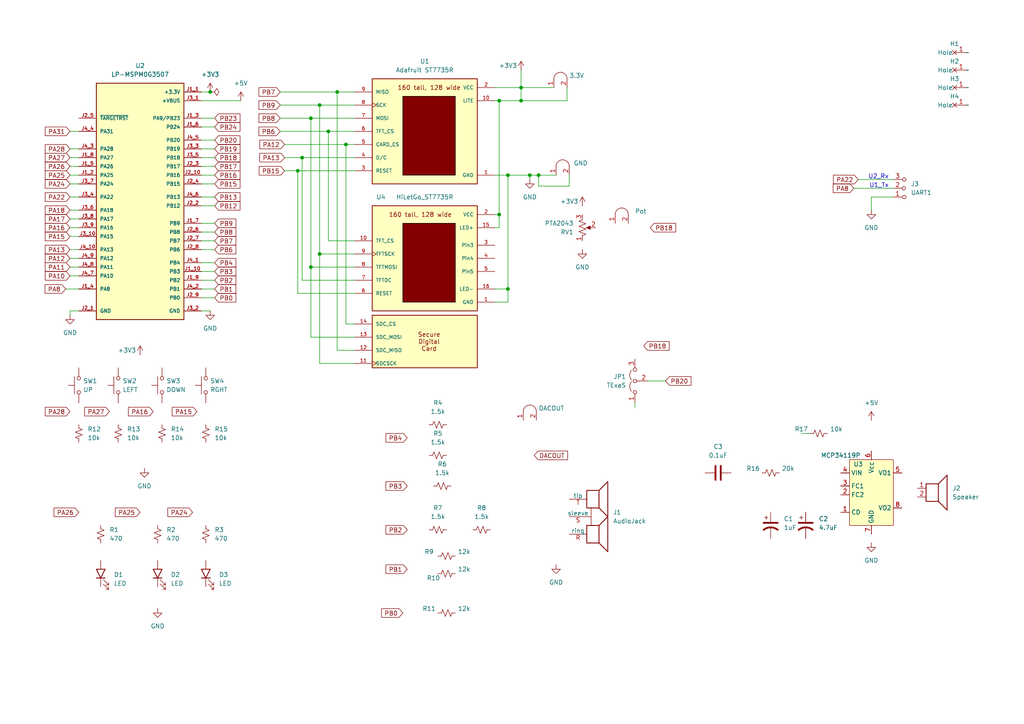
<source format=kicad_sch>
(kicad_sch (version 20250114) (generator "eeschema") (generator_version "9.0")
  (paper "A4")
  (title_block (title "Starter Project") (date "2023-12-11") (rev "v1.0.0") (company "The University of Texas at Austin"))
  (lib_symbols
    (symbol "ECE445L:Adafruit_ST7735R" (pin_names (offset 1.016))
      (property "Reference" "U?" (at -15.24 16.002 0))
      (property "Value" "Adafruit ST7735R" (at -15.24 -17.78 0))
      (symbol "Adafruit_ST7735R_0_0"
        (rectangle (start -15.24 15.24) (end 15.24 -15.24) (stroke (width 0.254)) (fill (type background)))
      )
      (symbol "Adafruit_ST7735R_1_0"
        (pin output line (at -20.32 11.43 0) (length 5.08) (name "MISO") (number "9"))
        (pin input clock (at -20.32 7.62 0) (length 5.08) (name "SCK") (number "8"))
        (pin input line (at -20.32 3.81 0) (length 5.08) (name "MOSI") (number "7"))
        (pin input line (at -20.32 0 0) (length 5.08) (name "TFT_CS") (number "6"))
        (pin input line (at -20.32 -3.81 0) (length 5.08) (name "CARD_CS") (number "5"))
        (pin input line (at -20.32 -7.62 0) (length 5.08) (name "D/C") (number "4"))
        (pin input line (at -20.32 -11.43 0) (length 5.08) (name "RESET") (number "3"))
        (pin power_in line (at 20.32 12.7 180) (length 5.08) (name "VCC") (number "2"))
        (pin power_in line (at 20.32 8.89 180) (length 5.08) (name "LITE") (number "10"))
        (pin power_in line (at 20.32 -12.7 180) (length 5.08) (name "GND") (number "1"))
      )
      (symbol "Adafruit_ST7735R_1_1"
        (rectangle (start -6.35 10.16) (end 8.89 -12.7) (stroke (width 0) (color 0 0 0 1)) (fill (type color) (color 132 0 0 1)))
        (text "160 tall, 128 wide" (at 1.27 12.7 0) (effects (font (size 1.27 1.27))))
      )
    )
    (symbol "ECE445L:C" (pin_numbers (hide yes)) (pin_names (offset 0.254))
      (property "Reference" "C" (at 0.635 2.54 0))
      (property "Value" "C" (at 0.635 -2.54 0))
      (symbol "C_0_1"
        (polyline (pts (xy -2.032 0.762) (xy 2.032 0.762)) (stroke (width 0.508)))
        (polyline (pts (xy -2.032 -0.762) (xy 2.032 -0.762)) (stroke (width 0.508)))
      )
      (symbol "C_1_1"
        (pin passive line (at 0 3.81 270) (length 2.794) (name "~") (number "1"))
        (pin passive line (at 0 -3.81 90) (length 2.794) (name "~") (number "2"))
      )
    )
    (symbol "ECE445L:C_Polarized" (pin_numbers (hide yes)) (pin_names (offset 0.254) (hide yes))
      (property "Reference" "C" (at 0.635 2.54 0))
      (property "Value" "C_Polarized" (at 0.635 -2.54 0))
      (symbol "C_Polarized_0_1"
        (polyline (pts (xy -2.032 0.762) (xy 2.032 0.762)) (stroke (width 0.508)))
        (polyline (pts (xy -1.778 2.286) (xy -0.762 2.286)))
        (polyline (pts (xy -1.27 1.778) (xy -1.27 2.794)))
        (arc (start -2.032 -1.27) (mid 0 -0.5572) (end 2.032 -1.27) (stroke (width 0.508)))
      )
      (symbol "C_Polarized_1_1"
        (pin passive line (at 0 3.81 270) (length 2.794) (name "~") (number "1"))
        (pin passive line (at 0 -3.81 90) (length 3.302) (name "~") (number "2"))
      )
    )
    (symbol "ECE445L:Header_3" (pin_names (offset 0) (hide yes))
      (property "Reference" "J" (at 0 2.794 0))
      (property "Value" "Header3" (at 0.635 -4.445 0))
      (symbol "Header_3_0_0"
        (circle (center 1.905 2.54) (radius 0.508))
      )
      (symbol "Header_3_1_0"
        (circle (center 1.905 -2.54) (radius 0.508))
        (circle (center 2.032 0) (radius 0.508))
      )
      (symbol "Header_3_1_1"
        (pin passive line (at 5.08 2.54 180) (length 2.54) (name "A") (number "1"))
        (pin passive line (at 5.08 0 180) (length 2.54) (name "B") (number "2"))
        (pin passive line (at 5.08 -2.54 180) (length 2.54) (name "C") (number "3"))
      )
    )
    (symbol "ECE445L:HeadphoneJack" (pin_names (offset 0))
      (property "Reference" "J" (at 1.27 5.715 0))
      (property "Value" "AudioJack" (at 1.27 3.81 0))
      (symbol "HeadphoneJack_0_0"
        (rectangle (start -2.54 1.27) (end 1.016 -3.81) (stroke (width 0.254)))
        (rectangle (start -2.54 -8.89) (end 1.016 -13.97) (stroke (width 0.254)))
        (polyline (pts (xy 1.016 1.27) (xy 3.556 3.81) (xy 3.556 -6.35) (xy 1.016 -3.81)) (stroke (width 0.254)))
        (polyline (pts (xy 1.016 -8.89) (xy 3.556 -6.35) (xy 3.556 -16.51) (xy 1.016 -13.97)) (stroke (width 0.254)))
      )
      (symbol "HeadphoneJack_0_1"
        (polyline (pts (xy -2.54 -6.35) (xy -1.27 -6.35) (xy -1.27 -3.81) (xy -1.27 -8.89)))
      )
      (symbol "HeadphoneJack_1_1"
        (pin input line (at -7.62 -1.27 0) (length 5.12) (name "tip") (number "T"))
        (pin input line (at -7.62 -6.35 0) (length 5.12) (name "sleeve") (number "S"))
        (pin input line (at -7.62 -11.43 0) (length 5.12) (name "ring") (number "R"))
      )
    )
    (symbol "ECE445L:HiLetGo_ST7735R" (pin_names (offset 1.016))
      (property "Reference" "U?" (at -15.24 16.002 0))
      (property "Value" "HiLetGo_ST7735R" (at -11.43 -34.29 0))
      (symbol "HiLetGo_ST7735R_0_0"
        (rectangle (start -15.24 15.24) (end 15.24 -15.24) (stroke (width 0.254)) (fill (type background)))
        (rectangle (start -15.24 -16.51) (end 15.24 -31.75) (stroke (width 0.254)) (fill (type background)))
      )
      (symbol "HiLetGo_ST7735R_1_0"
        (pin input line (at -20.32 5.08 0) (length 5.08) (name "TFT_CS") (number "10"))
        (pin input clock (at -20.32 1.27 0) (length 5.08) (name "TFTSCK") (number "9"))
        (pin input line (at -20.32 -2.54 0) (length 5.08) (name "TFTMOSI") (number "8"))
        (pin input line (at -20.32 -6.35 0) (length 5.08) (name "TFTDC") (number "7"))
        (pin input line (at -20.32 -10.16 0) (length 5.08) (name "RESET") (number "6"))
        (pin input line (at -20.32 -19.05 0) (length 5.08) (name "SDC_CS") (number "14"))
        (pin input line (at -20.32 -22.86 0) (length 5.08) (name "SDC_MOSI") (number "13"))
        (pin output line (at -20.32 -26.67 0) (length 5.08) (name "SDC_MISO") (number "12"))
        (pin input clock (at -20.32 -30.48 0) (length 5.08) (name "SDCSCK") (number "11"))
        (pin power_in line (at 20.32 12.7 180) (length 5.08) (name "VCC") (number "2"))
        (pin power_in line (at 20.32 8.89 180) (length 5.08) (name "LED+") (number "15"))
        (pin free line (at 20.32 3.81 180) (length 5.08) (name "Pin3") (number "3"))
        (pin free line (at 20.32 0 180) (length 5.08) (name "Pin4") (number "4"))
        (pin free line (at 20.32 -3.81 180) (length 5.08) (name "Pin5") (number "5"))
        (pin power_in line (at 20.32 -8.89 180) (length 5.08) (name "LED-") (number "16"))
        (pin power_in line (at 20.32 -12.7 180) (length 5.08) (name "GND") (number "1"))
      )
      (symbol "HiLetGo_ST7735R_1_1"
        (rectangle (start -6.35 10.16) (end 8.89 -12.7) (stroke (width 0) (color 0 0 0 1)) (fill (type color) (color 132 0 0 1)))
        (text "160 tall, 128 wide" (at -1.27 12.7 0) (effects (font (size 1.27 1.27))))
        (text "Secure\nDigital\nCard" (at 1.27 -24.13 0) (effects (font (size 1.27 1.27))))
      )
    )
    (symbol "ECE445L:Jumper_3_Open" (pin_names (offset 0) (hide yes))
      (property "Reference" "JP" (at -2.54 -2.54 0))
      (property "Value" "Jumper_3_Open" (at 0 2.794 0))
      (symbol "Jumper_3_Open_0_0"
        (circle (center -3.302 0) (radius 0.508))
        (circle (center 0 0) (radius 0.508))
        (circle (center 3.302 0) (radius 0.508))
      )
      (symbol "Jumper_3_Open_0_1"
        (arc (start -3.048 1.016) (mid -1.651 1.4992) (end -0.254 1.016))
        (polyline (pts (xy 0 -0.508) (xy 0 -1.27)))
        (arc (start 0.254 1.016) (mid 1.651 1.4992) (end 3.048 1.016))
      )
      (symbol "Jumper_3_Open_1_1"
        (pin passive line (at -6.35 0 0) (length 2.54) (name "A") (number "1"))
        (pin passive line (at 0 -3.81 90) (length 2.54) (name "C") (number "2"))
        (pin passive line (at 6.35 0 180) (length 2.54) (name "B") (number "3"))
      )
    )
    (symbol "ECE445L:LED" (pin_numbers (hide yes)) (pin_names (offset 1.016) (hide yes))
      (property "Reference" "D" (at 1.27 1.27 0))
      (property "Value" "LED" (at -5.08 -1.27 0))
      (symbol "LED_0_1"
        (polyline (pts (xy -0.508 -1.778) (xy 1.016 -3.302) (xy 1.016 -2.54) (xy 1.016 -3.302) (xy 0.254 -3.302)))
        (polyline (pts (xy -0.508 -3.048) (xy 1.016 -4.572) (xy 1.016 -3.81) (xy 1.016 -4.572) (xy 0.254 -4.572)))
        (polyline (pts (xy 0 1.27) (xy -2.54 1.27) (xy -1.27 -1.27) (xy 0 1.27)) (stroke (width 0.254)))
        (polyline (pts (xy 0 -1.27) (xy -2.54 -1.27)) (stroke (width 0.254)))
      )
      (symbol "LED_1_1"
        (pin passive line (at -1.27 3.81 270) (length 2.54) (name "A") (number "2"))
        (pin passive line (at -1.27 -3.81 90) (length 2.54) (name "K") (number "1"))
      )
    )
    (symbol "ECE445L:LP-MSPM0G3507" (pin_names (offset 1.016))
      (property "Reference" "U?" (at -12.7367 34.3099 0))
      (property "Value" "LP-MSPM0G3507" (at -10.16 -38.1 0))
      (symbol "LP-MSPM0G3507_0_0"
        (rectangle (start -12.7 -35.56) (end 12.7 33.02) (stroke (width 0.254)) (fill (type background)))
      )
      (symbol "LP-MSPM0G3507_1_0"
        (pin input line (at -17.78 22.86 0) (length 5.08) (name "~{TARGETRST}") (number "J2_5"))
        (pin bidirectional line (at -17.78 19.05 0) (length 5.08) (name "PA31") (number "J4_4"))
        (pin bidirectional line (at -17.78 13.97 0) (length 5.08) (name "PA28") (number "J4_3"))
        (pin bidirectional line (at -17.78 11.43 0) (length 5.08) (name "PA27") (number "J1_8"))
        (pin bidirectional line (at -17.78 8.89 0) (length 5.08) (name "PA26") (number "J1_5"))
        (pin bidirectional line (at -17.78 6.35 0) (length 5.08) (name "PA25") (number "J1_2"))
        (pin bidirectional line (at -17.78 3.81 0) (length 5.08) (name "PA24") (number "J3_7"))
        (pin bidirectional line (at -17.78 0 0) (length 5.08) (name "PA22") (number "J3_4"))
        (pin bidirectional line (at -17.78 -3.81 0) (length 5.08) (name "PA18") (number "J3_6"))
        (pin bidirectional line (at -17.78 -6.35 0) (length 5.08) (name "PA17") (number "J3_8"))
        (pin bidirectional line (at -17.78 -8.89 0) (length 5.08) (name "PA16") (number "J3_9"))
        (pin bidirectional line (at -17.78 -11.43 0) (length 5.08) (name "PA15") (number "J3_10"))
        (pin bidirectional line (at -17.78 -15.24 0) (length 5.08) (name "PA13") (number "J4_10"))
        (pin bidirectional line (at -17.78 -17.78 0) (length 5.08) (name "PA12") (number "J4_9"))
        (pin bidirectional line (at -17.78 -20.32 0) (length 5.08) (name "PA11") (number "J4_8"))
        (pin bidirectional line (at -17.78 -22.86 0) (length 5.08) (name "PA10") (number "J4_7"))
        (pin bidirectional line (at -17.78 -26.67 0) (length 5.08) (name "PA8") (number "J1_4"))
        (pin power_out line (at -17.78 -33.02 0) (length 5.08) (name "GND") (number "J2_1"))
        (pin power_out line (at 17.78 30.48 180) (length 5.08) (name "+3.3V") (number "J1_1"))
        (pin power_out line (at 17.78 27.94 180) (length 5.08) (name "+VBUS") (number "J3_1"))
        (pin bidirectional line (at 17.78 22.86 180) (length 5.08) (name "PA9/PB23") (number "J1_3"))
        (pin bidirectional line (at 17.78 20.32 180) (length 5.08) (name "PB24") (number "J1_6"))
        (pin bidirectional line (at 17.78 16.51 180) (length 5.08) (name "PB20") (number "J4_5"))
        (pin bidirectional line (at 17.78 13.97 180) (length 5.08) (name "PB19") (number "J3_3"))
        (pin bidirectional line (at 17.78 11.43 180) (length 5.08) (name "PB18") (number "J3_5"))
        (pin bidirectional line (at 17.78 8.89 180) (length 5.08) (name "PB17") (number "J2_3"))
        (pin bidirectional line (at 17.78 6.35 180) (length 5.08) (name "PB16") (number "J2_10"))
        (pin bidirectional line (at 17.78 3.81 180) (length 5.08) (name "PB15") (number "J2_4"))
        (pin bidirectional line (at 17.78 0 180) (length 5.08) (name "PB13") (number "J4_6"))
        (pin bidirectional line (at 17.78 -2.54 180) (length 5.08) (name "PB12") (number "J2_2"))
        (pin bidirectional line (at 17.78 -7.62 180) (length 5.08) (name "PB9") (number "J1_7"))
        (pin bidirectional line (at 17.78 -10.16 180) (length 5.08) (name "PB8") (number "J2_6"))
        (pin bidirectional line (at 17.78 -12.7 180) (length 5.08) (name "PB7") (number "J2_7"))
        (pin bidirectional line (at 17.78 -15.24 180) (length 5.08) (name "PB6") (number "J2_8"))
        (pin bidirectional line (at 17.78 -19.05 180) (length 5.08) (name "PB4") (number "J4_1"))
        (pin bidirectional line (at 17.78 -21.59 180) (length 5.08) (name "PB3") (number "J1_10"))
        (pin bidirectional line (at 17.78 -24.13 180) (length 5.08) (name "PB2") (number "J1_9"))
        (pin bidirectional line (at 17.78 -26.67 180) (length 5.08) (name "PB1") (number "J4_2"))
        (pin bidirectional line (at 17.78 -29.21 180) (length 5.08) (name "PB0") (number "J2_9"))
        (pin power_out line (at 17.78 -33.02 180) (length 5.08) (name "GND") (number "J3_2"))
      )
    )
    (symbol "ECE445L:MCP34119P"
      (property "Reference" "U" (at -5.08 7.62 0))
      (property "Value" "MCP34119P" (at -7.62 10.16 0))
      (symbol "MCP34119P_1_1"
        (rectangle (start -6.35 8.89) (end 6.35 -10.16) (fill (type background)))
        (pin input line (at -8.89 5.08 0) (length 2.54) (name "VIN") (number "4"))
        (pin input line (at -8.89 1.27 0) (length 2.54) (name "FC1") (number "3"))
        (pin input line (at -8.89 -1.27 0) (length 2.54) (name "FC2") (number "2"))
        (pin input line (at -8.89 -6.35 0) (length 2.54) (name "CD") (number "1"))
        (pin power_in line (at 0 11.43 270) (length 2.54) (name "Vcc") (number "6"))
        (pin power_in line (at 0 -12.7 90) (length 2.54) (name "GND") (number "7"))
        (pin output line (at 8.89 5.08 180) (length 2.54) (name "VO1") (number "5"))
        (pin output line (at 8.89 -5.08 180) (length 2.54) (name "VO2") (number "8"))
      )
    )
    (symbol "ECE445L:MountingHole"
      (property "Reference" "H" (at 0 0 0))
      (symbol "MountingHole_1_1"
        (pin free non_logic (at 0 0 180) (length 3.81) (name "Hole") (number "1"))
      )
    )
    (symbol "ECE445L:PTA2043pot" (pin_names (offset 1.016) (hide yes))
      (property "Reference" "RV" (at -4.445 0 90))
      (property "Value" "PTA2043" (at -2.54 0 90))
      (symbol "PTA2043pot_0_1"
        (polyline (pts (xy 0 2.54) (xy 0 2.286)))
        (polyline (pts (xy 0 2.286) (xy 1.016 1.905) (xy 0 1.524) (xy -1.016 1.143) (xy 0 0.762)))
        (polyline (pts (xy 0 0.762) (xy 1.016 0.381) (xy 0 0) (xy -1.016 -0.381) (xy 0 -0.762)))
        (polyline (pts (xy 0 -0.762) (xy 1.016 -1.143) (xy 0 -1.524) (xy -1.016 -1.905) (xy 0 -2.286)))
        (polyline (pts (xy 0 -2.286) (xy 0 -2.54)))
        (polyline (pts (xy 1.143 0) (xy 2.286 0.508) (xy 2.286 -0.508) (xy 1.143 0)) (fill (type outline)))
        (polyline (pts (xy 2.54 0) (xy 1.524 0)))
      )
      (symbol "PTA2043pot_1_1"
        (pin passive line (at 0 3.81 270) (length 1.27) (name "1") (number "1"))
        (pin passive line (at 0 -3.81 90) (length 1.27) (name "3") (number "3"))
        (pin passive line (at 3.81 0 180) (length 1.27) (name "2") (number "2"))
      )
    )
    (symbol "ECE445L:R_0.125W" (pin_numbers (hide yes)) (pin_names (offset 0.254) (hide yes))
      (property "Reference" "R" (at 0.762 0.508 0))
      (property "Value" "R_0.125W" (at 0.762 -1.016 0))
      (symbol "R_0.125W_1_1"
        (polyline (pts (xy 0 1.524) (xy 1.016 1.143) (xy 0 0.762) (xy -1.016 0.381) (xy 0 0)))
        (polyline (pts (xy 0 0) (xy 1.016 -0.381) (xy 0 -0.762) (xy -1.016 -1.143) (xy 0 -1.524)))
        (pin passive line (at 0 2.54 270) (length 1.016) (name "~") (number "1"))
        (pin passive line (at 0 -2.54 90) (length 1.016) (name "~") (number "2"))
      )
    )
    (symbol "ECE445L:SW_Push" (pin_numbers (hide yes)) (pin_names (offset 1.016) (hide yes))
      (property "Reference" "SW101" (at 1.27 -1.27 90))
      (property "Value" "UP" (at -1.27 -1.27 90))
      (symbol "SW_Push_0_1"
        (circle (center -2.032 0) (radius 0.508))
        (polyline (pts (xy 0 1.27) (xy 0 3.048)))
        (circle (center 2.032 0) (radius 0.508))
        (polyline (pts (xy 2.54 1.27) (xy -2.54 1.27)))
        (pin passive line (at -5.08 0 0) (length 2.54) (name "1") (number "1"))
        (pin passive line (at 5.08 0 180) (length 2.54) (name "2") (number "2"))
      )
    )
    (symbol "ECE445L:Speaker" (pin_names (offset 0) (hide yes))
      (property "Reference" "J" (at 1.27 5.715 0))
      (property "Value" "Speaker" (at 1.27 3.81 0))
      (symbol "Speaker_0_0"
        (rectangle (start -2.54 1.27) (end 1.016 -3.81) (stroke (width 0.254)))
        (polyline (pts (xy 1.016 1.27) (xy 3.556 3.81) (xy 3.556 -6.35) (xy 1.016 -3.81)) (stroke (width 0.254)))
      )
      (symbol "Speaker_1_1"
        (pin input line (at -5.08 0 0) (length 2.54) (name "1") (number "1"))
        (pin input line (at -5.08 -2.54 0) (length 2.54) (name "2") (number "2"))
      )
    )
    (symbol "ECE445L:Testpoint" (pin_names (offset 0) (hide yes))
      (property "Reference" "TP" (at 0 2.794 0))
      (property "Value" "TP" (at 0 -2.286 0))
      (symbol "Testpoint_0_1"
        (arc (start 0.0001 4.4451) (mid 1.3471 3.8871) (end 1.9051 2.5401))
        (arc (start -1.905 2.54) (mid -1.347 3.887) (end 0 4.445))
      )
      (symbol "Testpoint_1_1"
        (pin passive line (at -1.905 0 90) (length 2.54) (name "A") (number "1"))
        (pin passive line (at 1.905 0 90) (length 2.54) (name "B") (number "2"))
      )
    )
    (symbol "power:+3V3" (power) (pin_numbers (hide yes)) (pin_names (offset 0) (hide yes))
      (property "Value" "+3V3" (at 0 3.556 0))
      (symbol "+3V3_0_1"
        (polyline (pts (xy -0.762 1.27) (xy 0 2.54)))
        (polyline (pts (xy 0 2.54) (xy 0.762 1.27)))
        (polyline (pts (xy 0 0) (xy 0 2.54)))
      )
      (symbol "+3V3_1_1"
        (pin power_in line (at 0 0 90) (length 0) (name "~") (number "1"))
      )
    )
    (symbol "power:+5V" (power) (pin_numbers (hide yes)) (pin_names (offset 0) (hide yes))
      (property "Value" "+5V" (at 0 3.556 0))
      (symbol "+5V_0_1"
        (polyline (pts (xy -0.762 1.27) (xy 0 2.54)))
        (polyline (pts (xy 0 2.54) (xy 0.762 1.27)))
        (polyline (pts (xy 0 0) (xy 0 2.54)))
      )
      (symbol "+5V_1_1"
        (pin power_in line (at 0 0 90) (length 0) (name "~") (number "1"))
      )
    )
    (symbol "power:GND" (power) (pin_numbers (hide yes)) (pin_names (offset 0) (hide yes))
      (property "Value" "GND" (at 0 -3.81 0))
      (symbol "GND_0_1"
        (polyline (pts (xy 0 0) (xy 0 -1.27) (xy 1.27 -1.27) (xy 0 -2.54) (xy -1.27 -1.27) (xy 0 -1.27)))
      )
      (symbol "GND_1_1"
        (pin power_in line (at 0 0 270) (length 0) (name "~") (number "1"))
      )
    )
    (symbol "power:PWR_FLAG" (power) (pin_numbers (hide yes)) (pin_names (offset 0) (hide yes))
      (property "Value" "PWR_FLAG" (at 0 3.81 0))
      (symbol "PWR_FLAG_0_0"
        (pin power_out line (at 0 0 90) (length 0) (name "~") (number "1"))
      )
      (symbol "PWR_FLAG_0_1"
        (polyline (pts (xy 0 0) (xy 0 1.27) (xy -1.016 1.905) (xy 0 2.54) (xy 1.016 1.905) (xy 0 1.27)))
      )
    )
  )
  (text "U2_Rx" (at 257.81 52.07 0) (effects (font (size 1.27 1.27)) (justify right bottom)))
  (text "U1_Tx" (at 257.81 54.61 0) (effects (font (size 1.27 1.27)) (justify right bottom)))
  (junction (at 86.36 49.53))
  (junction (at 144.78 62.23))
  (junction (at 97.79 26.67))
  (junction (at 147.32 50.8))
  (junction (at 87.63 45.72))
  (junction (at 95.25 38.1))
  (junction (at 147.32 83.82))
  (junction (at 100.33 41.91))
  (junction (at 153.67 50.8))
  (junction (at 144.78 29.21))
  (junction (at 92.71 30.48))
  (junction (at 151.13 25.4))
  (junction (at 156.21 50.8))
  (junction (at 90.17 77.47))
  (junction (at 90.17 34.29))
  (junction (at 92.71 73.66))
  (junction (at 151.13 29.21))
  (junction (at 60.96 26.67))
  (wire (pts (xy 165.1 53.975) (xy 156.21 53.975)))
  (wire (pts (xy 90.17 77.47) (xy 90.17 34.29)))
  (wire (pts (xy 102.87 85.09) (xy 86.36 85.09)))
  (wire (pts (xy 58.42 86.36) (xy 62.23 86.36)))
  (wire (pts (xy 58.42 57.15) (xy 62.23 57.15)))
  (wire (pts (xy 81.28 38.1) (xy 95.25 38.1)))
  (wire (pts (xy 95.25 38.1) (xy 102.87 38.1)))
  (wire (pts (xy 58.42 50.8) (xy 62.23 50.8)))
  (wire (pts (xy 20.32 91.44) (xy 20.32 90.17)))
  (wire (pts (xy 81.28 34.29) (xy 90.17 34.29)))
  (wire (pts (xy 100.33 41.91) (xy 102.87 41.91)))
  (wire (pts (xy 82.55 49.53) (xy 86.36 49.53)))
  (wire (pts (xy 20.32 68.58) (xy 22.86 68.58)))
  (wire (pts (xy 58.42 26.67) (xy 60.96 26.67)))
  (wire (pts (xy 20.32 66.04) (xy 22.86 66.04)))
  (wire (pts (xy 102.87 101.6) (xy 97.79 101.6)))
  (wire (pts (xy 164.465 25.4) (xy 164.465 29.21)))
  (wire (pts (xy 247.65 54.61) (xy 259.08 54.61)))
  (wire (pts (xy 143.51 66.04) (xy 144.78 66.04)))
  (wire (pts (xy 58.42 45.72) (xy 62.23 45.72)))
  (wire (pts (xy 102.87 69.85) (xy 95.25 69.85)))
  (wire (pts (xy 58.42 40.64) (xy 62.23 40.64)))
  (wire (pts (xy 20.32 38.1) (xy 22.86 38.1)))
  (wire (pts (xy 143.51 29.21) (xy 144.78 29.21)))
  (wire (pts (xy 86.36 49.53) (xy 86.36 85.09)))
  (wire (pts (xy 143.51 83.82) (xy 147.32 83.82)))
  (wire (pts (xy 87.63 45.72) (xy 87.63 81.28)))
  (wire (pts (xy 58.42 72.39) (xy 62.23 72.39)))
  (wire (pts (xy 102.87 97.79) (xy 90.17 97.79)))
  (wire (pts (xy 81.28 30.48) (xy 92.71 30.48)))
  (wire (pts (xy 20.32 48.26) (xy 22.86 48.26)))
  (wire (pts (xy 58.42 83.82) (xy 62.23 83.82)))
  (wire (pts (xy 19.05 83.82) (xy 22.86 83.82)))
  (wire (pts (xy 100.33 93.98) (xy 100.33 41.91)))
  (wire (pts (xy 187.96 110.49) (xy 193.04 110.49)))
  (wire (pts (xy 58.42 76.2) (xy 62.23 76.2)))
  (wire (pts (xy 144.78 66.04) (xy 144.78 62.23)))
  (wire (pts (xy 20.32 63.5) (xy 22.86 63.5)))
  (wire (pts (xy 58.42 34.29) (xy 62.23 34.29)))
  (wire (pts (xy 156.21 53.975) (xy 156.21 50.8)))
  (wire (pts (xy 143.51 87.63) (xy 147.32 87.63)))
  (wire (pts (xy 97.79 101.6) (xy 97.79 26.67)))
  (wire (pts (xy 144.78 29.21) (xy 151.13 29.21)))
  (wire (pts (xy 58.42 64.77) (xy 62.23 64.77)))
  (wire (pts (xy 151.13 25.4) (xy 151.13 20.32)))
  (wire (pts (xy 82.55 45.72) (xy 87.63 45.72)))
  (wire (pts (xy 20.32 50.8) (xy 22.86 50.8)))
  (wire (pts (xy 248.92 52.07) (xy 259.08 52.07)))
  (wire (pts (xy 58.42 48.26) (xy 62.23 48.26)))
  (wire (pts (xy 20.32 90.17) (xy 22.86 90.17)))
  (wire (pts (xy 153.67 50.8) (xy 153.67 52.07)))
  (wire (pts (xy 58.42 29.21) (xy 69.85 29.21)))
  (wire (pts (xy 147.32 50.8) (xy 153.67 50.8)))
  (wire (pts (xy 165.1 50.8) (xy 165.1 53.975)))
  (wire (pts (xy 144.78 62.23) (xy 144.78 29.21)))
  (wire (pts (xy 234.95 125.73) (xy 232.41 125.73)))
  (wire (pts (xy 20.32 57.15) (xy 22.86 57.15)))
  (wire (pts (xy 143.51 62.23) (xy 144.78 62.23)))
  (wire (pts (xy 252.73 57.15) (xy 252.73 60.96)))
  (wire (pts (xy 90.17 97.79) (xy 90.17 77.47)))
  (wire (pts (xy 102.87 81.28) (xy 87.63 81.28)))
  (wire (pts (xy 20.32 74.93) (xy 22.86 74.93)))
  (wire (pts (xy 151.13 29.21) (xy 151.13 25.4)))
  (wire (pts (xy 102.87 77.47) (xy 90.17 77.47)))
  (wire (pts (xy 58.42 90.17) (xy 60.96 90.17)))
  (wire (pts (xy 184.15 116.84) (xy 184.15 118.11)))
  (wire (pts (xy 58.42 67.31) (xy 62.23 67.31)))
  (wire (pts (xy 86.36 49.53) (xy 102.87 49.53)))
  (wire (pts (xy 58.42 81.28) (xy 62.23 81.28)))
  (wire (pts (xy 143.51 25.4) (xy 151.13 25.4)))
  (wire (pts (xy 92.71 73.66) (xy 92.71 30.48)))
  (wire (pts (xy 20.32 80.01) (xy 22.86 80.01)))
  (wire (pts (xy 102.87 93.98) (xy 100.33 93.98)))
  (wire (pts (xy 20.32 77.47) (xy 22.86 77.47)))
  (wire (pts (xy 147.32 83.82) (xy 147.32 50.8)))
  (wire (pts (xy 58.42 53.34) (xy 62.23 53.34)))
  (wire (pts (xy 153.67 50.8) (xy 156.21 50.8)))
  (wire (pts (xy 92.71 105.41) (xy 92.71 73.66)))
  (wire (pts (xy 259.08 57.15) (xy 252.73 57.15)))
  (wire (pts (xy 92.71 30.48) (xy 102.87 30.48)))
  (wire (pts (xy 58.42 78.74) (xy 62.23 78.74)))
  (wire (pts (xy 95.25 69.85) (xy 95.25 38.1)))
  (wire (pts (xy 20.32 45.72) (xy 22.86 45.72)))
  (wire (pts (xy 151.13 25.4) (xy 160.655 25.4)))
  (wire (pts (xy 87.63 45.72) (xy 102.87 45.72)))
  (wire (pts (xy 143.51 50.8) (xy 147.32 50.8)))
  (wire (pts (xy 164.465 29.21) (xy 151.13 29.21)))
  (wire (pts (xy 20.32 43.18) (xy 22.86 43.18)))
  (wire (pts (xy 20.32 72.39) (xy 22.86 72.39)))
  (wire (pts (xy 58.42 43.18) (xy 62.23 43.18)))
  (wire (pts (xy 58.42 59.69) (xy 62.23 59.69)))
  (wire (pts (xy 147.32 87.63) (xy 147.32 83.82)))
  (wire (pts (xy 58.42 69.85) (xy 62.23 69.85)))
  (wire (pts (xy 58.42 36.83) (xy 62.23 36.83)))
  (wire (pts (xy 92.71 73.66) (xy 102.87 73.66)))
  (wire (pts (xy 97.79 26.67) (xy 102.87 26.67)))
  (wire (pts (xy 20.32 60.96) (xy 22.86 60.96)))
  (wire (pts (xy 90.17 34.29) (xy 102.87 34.29)))
  (wire (pts (xy 81.28 26.67) (xy 97.79 26.67)))
  (wire (pts (xy 20.32 53.34) (xy 22.86 53.34)))
  (wire (pts (xy 102.87 105.41) (xy 92.71 105.41)))
  (wire (pts (xy 156.21 50.8) (xy 161.29 50.8)))
  (wire (pts (xy 82.55 41.91) (xy 100.33 41.91)))
  (global_label "PA13" (shape input) (at 82.55 45.72 180) (property "Intersheetrefs" "${INTERSHEET_REFS}" (effects (hide yes))))
  (global_label "PB4" (shape input) (at 118.11 127 180) (property "Intersheetrefs" "${INTERSHEET_REFS}" (effects (hide yes))))
  (global_label "PB8" (shape input) (at 62.23 67.31 0) (property "Intersheetrefs" "${INTERSHEET_REFS}" (effects (hide yes))))
  (global_label "PA12" (shape input) (at 82.55 41.91 180) (property "Intersheetrefs" "${INTERSHEET_REFS}" (effects (hide yes))))
  (global_label "PB6" (shape input) (at 62.23 72.39 0) (property "Intersheetrefs" "${INTERSHEET_REFS}" (effects (hide yes))))
  (global_label "PB6" (shape input) (at 81.28 38.1 180) (property "Intersheetrefs" "${INTERSHEET_REFS}" (effects (hide yes))))
  (global_label "PA28" (shape input) (at 20.32 119.38 180) (property "Intersheetrefs" "${INTERSHEET_REFS}" (effects (hide yes))))
  (global_label "PB18" (shape input) (at 186.69 100.33 0) (property "Intersheetrefs" "${INTERSHEET_REFS}" (effects (hide yes))))
  (global_label "PB15" (shape input) (at 62.23 53.34 0) (property "Intersheetrefs" "${INTERSHEET_REFS}" (effects (hide yes))))
  (global_label "PB7" (shape input) (at 81.28 26.67 180) (property "Intersheetrefs" "${INTERSHEET_REFS}" (effects (hide yes))))
  (global_label "PB20" (shape input) (at 193.04 110.49 0) (property "Intersheetrefs" "${INTERSHEET_REFS}" (effects (hide yes))))
  (global_label "PA25" (shape input) (at 20.32 50.8 180) (property "Intersheetrefs" "${INTERSHEET_REFS}" (effects (hide yes))))
  (global_label "PA22" (shape input) (at 20.32 57.15 180) (property "Intersheetrefs" "${INTERSHEET_REFS}" (effects (hide yes))))
  (global_label "PB18" (shape input) (at 62.23 45.72 0) (property "Intersheetrefs" "${INTERSHEET_REFS}" (effects (hide yes))))
  (global_label "PA24" (shape input) (at 20.32 53.34 180) (property "Intersheetrefs" "${INTERSHEET_REFS}" (effects (hide yes))))
  (global_label "PB7" (shape input) (at 62.23 69.85 0) (property "Intersheetrefs" "${INTERSHEET_REFS}" (effects (hide yes))))
  (global_label "PA26" (shape input) (at 22.86 148.59 180) (property "Intersheetrefs" "${INTERSHEET_REFS}" (effects (hide yes))))
  (global_label "PB23" (shape input) (at 62.23 34.29 0) (property "Intersheetrefs" "${INTERSHEET_REFS}" (effects (hide yes))))
  (global_label "PA15" (shape input) (at 20.32 68.58 180) (property "Intersheetrefs" "${INTERSHEET_REFS}" (effects (hide yes))))
  (global_label "PB18" (shape input) (at 188.595 66.04 0) (property "Intersheetrefs" "${INTERSHEET_REFS}" (effects (hide yes))))
  (global_label "PB3" (shape input) (at 62.23 78.74 0) (property "Intersheetrefs" "${INTERSHEET_REFS}" (effects (hide yes))))
  (global_label "PA31" (shape input) (at 20.32 38.1 180) (property "Intersheetrefs" "${INTERSHEET_REFS}" (effects (hide yes))))
  (global_label "PA26" (shape input) (at 20.32 48.26 180) (property "Intersheetrefs" "${INTERSHEET_REFS}" (effects (hide yes))))
  (global_label "PA17" (shape input) (at 20.32 63.5 180) (property "Intersheetrefs" "${INTERSHEET_REFS}" (effects (hide yes))))
  (global_label "PB3" (shape input) (at 118.11 140.97 180) (property "Intersheetrefs" "${INTERSHEET_REFS}" (effects (hide yes))))
  (global_label "PB9" (shape input) (at 62.23 64.77 0) (property "Intersheetrefs" "${INTERSHEET_REFS}" (effects (hide yes))))
  (global_label "PA13" (shape input) (at 20.32 72.39 180) (property "Intersheetrefs" "${INTERSHEET_REFS}" (effects (hide yes))))
  (global_label "PB17" (shape input) (at 62.23 48.26 0) (property "Intersheetrefs" "${INTERSHEET_REFS}" (effects (hide yes))))
  (global_label "PA16" (shape input) (at 44.45 119.38 180) (property "Intersheetrefs" "${INTERSHEET_REFS}" (effects (hide yes))))
  (global_label "PB8" (shape input) (at 81.28 34.29 180) (property "Intersheetrefs" "${INTERSHEET_REFS}" (effects (hide yes))))
  (global_label "PA10" (shape input) (at 20.32 80.01 180) (property "Intersheetrefs" "${INTERSHEET_REFS}" (effects (hide yes))))
  (global_label "PA12" (shape input) (at 20.32 74.93 180) (property "Intersheetrefs" "${INTERSHEET_REFS}" (effects (hide yes))))
  (global_label "PB0" (shape input) (at 116.84 177.8 180) (property "Intersheetrefs" "${INTERSHEET_REFS}" (effects (hide yes))))
  (global_label "PB4" (shape input) (at 62.23 76.2 0) (property "Intersheetrefs" "${INTERSHEET_REFS}" (effects (hide yes))))
  (global_label "DACOUT" (shape input) (at 154.94 132.08 0) (property "Intersheetrefs" "${INTERSHEET_REFS}" (effects (hide yes))))
  (global_label "PB24" (shape input) (at 62.23 36.83 0) (property "Intersheetrefs" "${INTERSHEET_REFS}" (effects (hide yes))))
  (global_label "PA27" (shape input) (at 31.75 119.38 180) (property "Intersheetrefs" "${INTERSHEET_REFS}" (effects (hide yes))))
  (global_label "PB13" (shape input) (at 62.23 57.15 0) (property "Intersheetrefs" "${INTERSHEET_REFS}" (effects (hide yes))))
  (global_label "PA11" (shape input) (at 20.32 77.47 180) (property "Intersheetrefs" "${INTERSHEET_REFS}" (effects (hide yes))))
  (global_label "PA27" (shape input) (at 20.32 45.72 180) (property "Intersheetrefs" "${INTERSHEET_REFS}" (effects (hide yes))))
  (global_label "PA18" (shape input) (at 20.32 60.96 180) (property "Intersheetrefs" "${INTERSHEET_REFS}" (effects (hide yes))))
  (global_label "PB12" (shape input) (at 62.23 59.69 0) (property "Intersheetrefs" "${INTERSHEET_REFS}" (effects (hide yes))))
  (global_label "PA25" (shape input) (at 40.64 148.59 180) (property "Intersheetrefs" "${INTERSHEET_REFS}" (effects (hide yes))))
  (global_label "PA24" (shape input) (at 55.88 148.59 180) (property "Intersheetrefs" "${INTERSHEET_REFS}" (effects (hide yes))))
  (global_label "PB1" (shape input) (at 62.23 83.82 0) (property "Intersheetrefs" "${INTERSHEET_REFS}" (effects (hide yes))))
  (global_label "PA16" (shape input) (at 20.32 66.04 180) (property "Intersheetrefs" "${INTERSHEET_REFS}" (effects (hide yes))))
  (global_label "PB16" (shape input) (at 62.23 50.8 0) (property "Intersheetrefs" "${INTERSHEET_REFS}" (effects (hide yes))))
  (global_label "PB20" (shape input) (at 62.23 40.64 0) (property "Intersheetrefs" "${INTERSHEET_REFS}" (effects (hide yes))))
  (global_label "PA28" (shape input) (at 20.32 43.18 180) (property "Intersheetrefs" "${INTERSHEET_REFS}" (effects (hide yes))))
  (global_label "PB2" (shape input) (at 118.11 153.67 180) (property "Intersheetrefs" "${INTERSHEET_REFS}" (effects (hide yes))))
  (global_label "PB9" (shape input) (at 81.28 30.48 180) (property "Intersheetrefs" "${INTERSHEET_REFS}" (effects (hide yes))))
  (global_label "PA8" (shape input) (at 19.05 83.82 180) (property "Intersheetrefs" "${INTERSHEET_REFS}" (effects (hide yes))))
  (global_label "PA8" (shape input) (at 247.65 54.61 180) (property "Intersheetrefs" "${INTERSHEET_REFS}" (effects (hide yes))))
  (global_label "PA15" (shape input) (at 57.15 119.38 180) (property "Intersheetrefs" "${INTERSHEET_REFS}" (effects (hide yes))))
  (global_label "PB1" (shape input) (at 118.11 165.1 180) (property "Intersheetrefs" "${INTERSHEET_REFS}" (effects (hide yes))))
  (global_label "PB0" (shape input) (at 62.23 86.36 0) (property "Intersheetrefs" "${INTERSHEET_REFS}" (effects (hide yes))))
  (global_label "PB19" (shape input) (at 62.23 43.18 0) (property "Intersheetrefs" "${INTERSHEET_REFS}" (effects (hide yes))))
  (global_label "PA22" (shape input) (at 248.92 52.07 180) (property "Intersheetrefs" "${INTERSHEET_REFS}" (effects (hide yes))))
  (global_label "PB2" (shape input) (at 62.23 81.28 0) (property "Intersheetrefs" "${INTERSHEET_REFS}" (effects (hide yes))))
  (global_label "PB15" (shape input) (at 82.55 49.53 180) (property "Intersheetrefs" "${INTERSHEET_REFS}" (effects (hide yes))))
  (symbol (lib_id "ECE445L:MountingHole") (at 280.67 30.48 0) (unit 1)
    (property "Reference" "H4" (at 276.86 27.94 0))
    (property "Value" "~" (at 280.67 30.48 0))
    (property "Footprint" "ECE445L:MountingHole_4_40" (effects (hide yes)))
  )
  (symbol (lib_id "ECE445L:Adafruit_ST7735R") (at 123.19 38.1 0) (unit 1)
    (property "Reference" "U1" (at 123.19 17.78 0))
    (property "Value" "Adafruit ST7735R" (at 123.19 20.32 0))
    (property "Footprint" "ECE445L:adafruit_st7735r2" (effects (hide yes)))
    (property "Datasheet" "https://www.mouser.com/datasheet/2/737/ST7735R_V0_2-2489618.pdf" (effects (hide yes)))
    (property "Distributor" "Mouser" (effects (hide yes)))
    (property "Manufacturer" "Adafruit" (effects (hide yes)))
    (property "P/N" "358" (effects (hide yes)))
    (property "Cost" "19.95" (effects (hide yes)))
  )
  (symbol (lib_id "ECE445L:Jumper_3_Open") (at 184.15 110.49 90) (unit 1)
    (property "Reference" "JP1" (at 181.61 109.22 90) (effects (justify left)))
    (property "Value" "TExaS" (at 181.61 111.76 90) (effects (justify left)))
    (property "Footprint" "ECE445L:PinHeader_1x03_P2.54mm_Vertical" (effects (hide yes)))
  )
  (symbol (lib_id "ECE445L:R_0.125W") (at 127 153.67 270) (unit 1)
    (property "Reference" "R7" (at 127 147.32 90))
    (property "Value" "1.5k" (at 127 149.86 90))
    (property "Footprint" "ECE445L:R_Axial_DIN0204_L3.6mm_D1.6mm_P7.62mm_Horizontal" (effects (hide yes)))
    (property "Datasheet" "https://users.ece.utexas.edu/~valvano/mspm0/CarbonFilmresistors.pdf" (effects (hide yes)))
  )
  (symbol (lib_id "ECE445L:R_0.125W") (at 29.21 154.94 0) (unit 1)
    (property "Reference" "R1" (at 31.75 153.67 0) (effects (justify left)))
    (property "Value" "470" (at 31.75 156.21 0) (effects (justify left)))
    (property "Footprint" "ECE445L:R_Axial_DIN0204_L3.6mm_D1.6mm_P7.62mm_Horizontal" (effects (hide yes)))
    (property "Datasheet" "https://users.ece.utexas.edu/~valvano/mspm0/CarbonFilmresistors.pdf" (effects (hide yes)))
  )
  (symbol (lib_id "ECE445L:LED") (at 60.96 166.37 0) (unit 1)
    (property "Reference" "D3" (at 63.5 166.6875 0) (effects (justify left)))
    (property "Value" "LED" (at 63.5 169.2275 0) (effects (justify left)))
    (property "Footprint" "ECE445L:LED_D5.0mm" (effects (hide yes)))
    (property "Datasheet" "https://users.ece.utexas.edu/~valvano/mspm0/HLMP-4700.pdf" (effects (hide yes)))
  )
  (symbol (lib_id "ECE445L:R_0.125W") (at 139.7 153.67 270) (unit 1)
    (property "Reference" "R8" (at 139.7 147.32 90))
    (property "Value" "1.5k" (at 139.7 149.86 90))
    (property "Footprint" "ECE445L:R_Axial_DIN0204_L3.6mm_D1.6mm_P7.62mm_Horizontal" (effects (hide yes)))
    (property "Datasheet" "https://users.ece.utexas.edu/~valvano/mspm0/CarbonFilmresistors.pdf" (effects (hide yes)))
  )
  (symbol (lib_id "power:GND") (at 252.73 60.96 0) (unit 1)
    (property "Reference" "#PWR06" (effects (hide yes)))
    (property "Value" "GND" (at 252.73 66.04 0))
  )
  (symbol (lib_id "ECE445L:SW_Push") (at 34.29 111.76 90) (unit 1)
    (property "Reference" "SW2" (at 35.56 110.49 90) (effects (justify right)))
    (property "Value" "LEFT" (at 35.56 113.03 90) (effects (justify right)))
    (property "Footprint" "ECE445L:SW_PUSH_6mm" (effects (hide yes)))
  )
  (symbol (lib_id "ECE445L:LP-MSPM0G3507") (at 40.64 57.15 0) (unit 1)
    (property "Reference" "U2" (at 40.64 19.05 0))
    (property "Value" "LP-MSPM0G3507" (at 40.64 21.59 0))
    (property "Footprint" "ECE445L:ti_LP_MSPM0G3507" (effects (hide yes)))
    (property "Datasheet" "https://www.ti.com/tool/LP-MSPM0G3507" (effects (hide yes)))
    (property "Distributor" "Mouser" (effects (hide yes)))
    (property "Manufacturer" "Texas Instruments" (effects (hide yes)))
    (property "P/N" "LP-MSPM0G3507" (effects (hide yes)))
    (property "Cost" "22.60" (effects (hide yes)))
  )
  (symbol (lib_id "ECE445L:MCP34119P") (at 252.73 142.24 0) (unit 1)
    (property "Reference" "U3" (at 248.92 134.62 0))
    (property "Value" "MCP34119P" (at 243.84 132.08 0))
    (property "Footprint" "ECE445L:DIP-8_W7.62mm_LongPads" (effects (hide yes)))
    (property "Datasheet" "https://users.ece.utexas.edu/~valvano/Datasheets/MC34119.pdf" (effects (hide yes)))
    (property "Distributor" "N/A" (effects (hide yes)))
    (property "Manufacturer" "Motorola" (effects (hide yes)))
    (property "P/N" "MC34119P" (effects (hide yes)))
    (property "Cost" "N/A" (effects (hide yes)))
  )
  (symbol (lib_id "ECE445L:R_0.125W") (at 129.54 166.37 270) (unit 1)
    (property "Reference" "R10" (at 125.73 167.64 90))
    (property "Value" "12k" (at 134.62 165.1 90))
    (property "Footprint" "ECE445L:R_Axial_DIN0204_L3.6mm_D1.6mm_P7.62mm_Horizontal" (effects (hide yes)))
    (property "Datasheet" "https://users.ece.utexas.edu/~valvano/mspm0/CarbonFilmresistors.pdf" (effects (hide yes)))
  )
  (symbol (lib_id "power:+3V3") (at 40.64 102.87 0) (unit 1)
    (property "Reference" "#PWR03" (effects (hide yes)))
    (property "Value" "+3V3" (at 36.83 101.6 0))
  )
  (symbol (lib_id "ECE445L:LED") (at 46.99 166.37 0) (unit 1)
    (property "Reference" "D2" (at 49.53 166.6875 0) (effects (justify left)))
    (property "Value" "LED" (at 49.53 169.2275 0) (effects (justify left)))
    (property "Footprint" "ECE445L:LED_D5.0mm" (effects (hide yes)))
    (property "Datasheet" "https://users.ece.utexas.edu/~valvano/mspm0/HLMP-4700.pdf" (effects (hide yes)))
  )
  (symbol (lib_id "power:+5V") (at 69.85 29.21 0) (unit 1)
    (property "Reference" "#PWR0105" (effects (hide yes)))
    (property "Value" "+5V" (at 69.85 24.13 0))
  )
  (symbol (lib_id "power:GND") (at 45.72 176.53 0) (unit 1)
    (property "Reference" "#PWR0107" (effects (hide yes)))
    (property "Value" "GND" (at 45.72 181.61 0))
  )
  (symbol (lib_id "ECE445L:LED") (at 30.48 166.37 0) (unit 1)
    (property "Reference" "D1" (at 33.02 166.6875 0) (effects (justify left)))
    (property "Value" "LED" (at 33.02 169.2275 0) (effects (justify left)))
    (property "Footprint" "ECE445L:LED_D5.0mm" (effects (hide yes)))
    (property "Datasheet" "https://users.ece.utexas.edu/~valvano/mspm0/HLMP-4700.pdf" (effects (hide yes)))
  )
  (symbol (lib_id "power:GND") (at 20.32 91.44 0) (unit 1)
    (property "Reference" "#PWR01" (effects (hide yes)))
    (property "Value" "GND" (at 20.32 96.52 0))
  )
  (symbol (lib_id "ECE445L:Speaker") (at 271.145 141.605 0) (unit 1)
    (property "Reference" "J2" (at 276.225 141.605 0) (effects (justify left)))
    (property "Value" "Speaker" (at 276.225 144.145 0) (effects (justify left)))
    (property "Footprint" "ECE445L:PinHeader_1x02_P2.54mm_Vertical" (effects (hide yes)))
  )
  (symbol (lib_id "ECE445L:SW_Push") (at 22.86 111.76 90) (unit 1)
    (property "Reference" "SW1" (at 24.13 110.49 90) (effects (justify right)))
    (property "Value" "UP" (at 24.13 113.03 90) (effects (justify right)))
    (property "Footprint" "ECE445L:SW_PUSH_6mm" (effects (hide yes)))
  )
  (symbol (lib_id "power:+5V") (at 252.73 121.92 0) (unit 1)
    (property "Reference" "#PWR08" (effects (hide yes)))
    (property "Value" "+5V" (at 252.73 116.84 0))
  )
  (symbol (lib_id "ECE445L:HiLetGo_ST7735R") (at 123.19 74.93 0) (unit 1)
    (property "Reference" "U4" (at 110.49 57.15 0))
    (property "Value" "HiLetGo_ST7735R" (at 123.19 57.15 0))
    (property "Footprint" "ECE445L:hiletgo_st7735r" (effects (hide yes)))
    (property "Datasheet" "https://users.ece.utexas.edu/~valvano/mspm0/1-8-tft-display.pdf" (effects (hide yes)))
    (property "Distributor" "Amazon" (effects (hide yes)))
    (property "Manufacturer" "HiLetGo" (effects (hide yes)))
    (property "P/N" "https://www.amazon.com/s?k=hiletgo+ST7735R" (effects (hide yes)))
    (property "Cost" "9.95" (effects (hide yes)))
  )
  (symbol (lib_id "ECE445L:R_0.125W") (at 59.69 125.73 0) (unit 1)
    (property "Reference" "R15" (at 62.23 124.46 0) (effects (justify left)))
    (property "Value" "10k" (at 62.23 127 0) (effects (justify left)))
    (property "Footprint" "ECE445L:R_Axial_DIN0204_L3.6mm_D1.6mm_P7.62mm_Horizontal" (effects (hide yes)))
    (property "Datasheet" "https://users.ece.utexas.edu/~valvano/mspm0/CarbonFilmresistors.pdf" (effects (hide yes)))
  )
  (symbol (lib_id "ECE445L:Header_3") (at 264.16 54.61 180) (unit 1)
    (property "Reference" "J3" (at 264.16 53.34 0) (effects (justify right)))
    (property "Value" "UART1" (at 264.16 55.88 0) (effects (justify right)))
    (property "Footprint" "ECE445L:PinHeader_1x03_P2.54mm_Vertical" (effects (hide yes)))
  )
  (symbol (lib_id "ECE445L:Testpoint") (at 163.195 50.8 0) (unit 1)
    (property "Reference" "J6" (effects (hide yes)))
    (property "Value" "GND" (at 166.37 47.3074 0) (effects (justify left)))
    (property "Footprint" "ECE445L:Testpoint_1x02_P2.54mm" (effects (hide yes)))
  )
  (symbol (lib_id "ECE445L:MountingHole") (at 280.67 20.32 0) (unit 1)
    (property "Reference" "H2" (at 276.86 17.78 0))
    (property "Value" "~" (at 280.67 20.32 0))
    (property "Footprint" "ECE445L:MountingHole_4_40" (effects (hide yes)))
  )
  (symbol (lib_id "ECE445L:R_0.125W") (at 22.86 125.73 0) (unit 1)
    (property "Reference" "R12" (at 25.4 124.46 0) (effects (justify left)))
    (property "Value" "10k" (at 25.4 127 0) (effects (justify left)))
    (property "Footprint" "ECE445L:R_Axial_DIN0204_L3.6mm_D1.6mm_P7.62mm_Horizontal" (effects (hide yes)))
    (property "Datasheet" "https://users.ece.utexas.edu/~valvano/mspm0/CarbonFilmresistors.pdf" (effects (hide yes)))
  )
  (symbol (lib_id "ECE445L:PTA2043pot") (at 168.91 66.04 0) (mirror x) (unit 1)
    (property "Reference" "RV1" (at 166.37 67.31 0) (effects (justify right)))
    (property "Value" "PTA2043" (at 166.37 64.77 0) (effects (justify right)))
    (property "Footprint" "ECE445L:PTA2043pot" (effects (hide yes)))
  )
  (symbol (lib_id "power:GND") (at 153.67 52.07 0) (unit 1)
    (property "Reference" "#PWR0108" (effects (hide yes)))
    (property "Value" "GND" (at 153.67 57.15 0))
  )
  (symbol (lib_id "ECE445L:MountingHole") (at 280.67 15.24 0) (unit 1)
    (property "Reference" "H1" (at 276.86 12.7 0))
    (property "Value" "~" (at 280.67 15.24 0))
    (property "Footprint" "ECE445L:MountingHole_4_40" (effects (hide yes)))
  )
  (symbol (lib_id "ECE445L:R_0.125W") (at 127 123.19 270) (unit 1)
    (property "Reference" "R4" (at 127 116.84 90))
    (property "Value" "1.5k" (at 127 119.38 90))
    (property "Footprint" "ECE445L:R_Axial_DIN0204_L3.6mm_D1.6mm_P7.62mm_Horizontal" (effects (hide yes)))
    (property "Datasheet" "https://users.ece.utexas.edu/~valvano/mspm0/CarbonFilmresistors.pdf" (effects (hide yes)))
  )
  (symbol (lib_id "ECE445L:MountingHole") (at 280.67 25.4 0) (unit 1)
    (property "Reference" "H3" (at 276.86 22.86 0))
    (property "Value" "~" (at 280.67 25.4 0))
    (property "Footprint" "ECE445L:MountingHole_4_40" (effects (hide yes)))
  )
  (symbol (lib_id "ECE445L:SW_Push") (at 46.99 111.76 90) (unit 1)
    (property "Reference" "SW3" (at 48.26 110.49 90) (effects (justify right)))
    (property "Value" "DOWN" (at 48.26 113.03 90) (effects (justify right)))
    (property "Footprint" "ECE445L:SW_PUSH_6mm" (effects (hide yes)))
  )
  (symbol (lib_id "power:+3V3") (at 60.96 26.67 0) (unit 1)
    (property "Reference" "#PWR0103" (effects (hide yes)))
    (property "Value" "+3V3" (at 60.96 21.59 0))
  )
  (symbol (lib_id "ECE445L:R_0.125W") (at 46.99 125.73 0) (unit 1)
    (property "Reference" "R14" (at 49.53 124.46 0) (effects (justify left)))
    (property "Value" "10k" (at 49.53 127 0) (effects (justify left)))
    (property "Footprint" "ECE445L:R_Axial_DIN0204_L3.6mm_D1.6mm_P7.62mm_Horizontal" (effects (hide yes)))
    (property "Datasheet" "https://users.ece.utexas.edu/~valvano/mspm0/CarbonFilmresistors.pdf" (effects (hide yes)))
  )
  (symbol (lib_id "ECE445L:R_0.125W") (at 34.29 125.73 0) (unit 1)
    (property "Reference" "R13" (at 36.83 124.46 0) (effects (justify left)))
    (property "Value" "10k" (at 36.83 127 0) (effects (justify left)))
    (property "Footprint" "ECE445L:R_Axial_DIN0204_L3.6mm_D1.6mm_P7.62mm_Horizontal" (effects (hide yes)))
    (property "Datasheet" "https://users.ece.utexas.edu/~valvano/mspm0/CarbonFilmresistors.pdf" (effects (hide yes)))
  )
  (symbol (lib_id "power:GND") (at 41.91 135.89 0) (unit 1)
    (property "Reference" "#PWR0102" (effects (hide yes)))
    (property "Value" "GND" (at 41.91 140.97 0))
  )
  (symbol (lib_id "ECE445L:R_0.125W") (at 59.69 154.94 0) (unit 1)
    (property "Reference" "R3" (at 62.23 153.67 0) (effects (justify left)))
    (property "Value" "470" (at 62.23 156.21 0) (effects (justify left)))
    (property "Footprint" "ECE445L:R_Axial_DIN0204_L3.6mm_D1.6mm_P7.62mm_Horizontal" (effects (hide yes)))
    (property "Datasheet" "https://users.ece.utexas.edu/~valvano/mspm0/CarbonFilmresistors.pdf" (effects (hide yes)))
  )
  (symbol (lib_id "ECE445L:R_0.125W") (at 237.49 125.73 270) (unit 1)
    (property "Reference" "R17" (at 232.41 124.46 90))
    (property "Value" "10k" (at 242.57 124.46 90))
    (property "Footprint" "ECE445L:R_Axial_DIN0204_L3.6mm_D1.6mm_P7.62mm_Horizontal" (effects (hide yes)))
    (property "Datasheet" "https://users.ece.utexas.edu/~valvano/mspm0/CarbonFilmresistors.pdf" (effects (hide yes)))
  )
  (symbol (lib_id "power:GND") (at 161.29 163.83 0) (unit 1)
    (property "Reference" "#PWR09" (effects (hide yes)))
    (property "Value" "GND" (at 161.29 168.91 0))
  )
  (symbol (lib_id "ECE445L:R_0.125W") (at 223.52 137.16 270) (unit 1)
    (property "Reference" "R16" (at 218.44 135.89 90))
    (property "Value" "20k" (at 228.6 135.89 90))
    (property "Footprint" "ECE445L:R_Axial_DIN0204_L3.6mm_D1.6mm_P7.62mm_Horizontal" (effects (hide yes)))
    (property "Datasheet" "https://users.ece.utexas.edu/~valvano/mspm0/CarbonFilmresistors.pdf" (effects (hide yes)))
  )
  (symbol (lib_id "ECE445L:Testpoint") (at 153.67 121.92 0) (unit 1)
    (property "Reference" "J7" (effects (hide yes)))
    (property "Value" "DACOUT" (at 156.21 118.4274 0) (effects (justify left)))
    (property "Footprint" "ECE445L:Testpoint_1x02_P2.54mm" (effects (hide yes)))
  )
  (symbol (lib_id "power:PWR_FLAG") (at 60.96 26.67 270) (unit 1)
    (property "Reference" "#FLG0101" (effects (hide yes)))
    (property "Value" "PWR_FLAG" (effects (hide yes)))
  )
  (symbol (lib_id "power:GND") (at 168.91 72.39 0) (unit 1)
    (property "Reference" "#PWR05" (effects (hide yes)))
    (property "Value" "GND" (at 168.91 77.47 0))
  )
  (symbol (lib_id "ECE445L:R_0.125W") (at 45.72 154.94 0) (unit 1)
    (property "Reference" "R2" (at 48.26 153.67 0) (effects (justify left)))
    (property "Value" "470" (at 48.26 156.21 0) (effects (justify left)))
    (property "Footprint" "ECE445L:R_Axial_DIN0204_L3.6mm_D1.6mm_P7.62mm_Horizontal" (effects (hide yes)))
    (property "Datasheet" "https://users.ece.utexas.edu/~valvano/mspm0/CarbonFilmresistors.pdf" (effects (hide yes)))
  )
  (symbol (lib_id "ECE445L:R_0.125W") (at 128.27 140.97 270) (unit 1)
    (property "Reference" "R6" (at 128.27 134.62 90))
    (property "Value" "1.5k" (at 128.27 137.16 90))
    (property "Footprint" "ECE445L:R_Axial_DIN0204_L3.6mm_D1.6mm_P7.62mm_Horizontal" (effects (hide yes)))
    (property "Datasheet" "https://users.ece.utexas.edu/~valvano/mspm0/CarbonFilmresistors.pdf" (effects (hide yes)))
  )
  (symbol (lib_id "ECE445L:R_0.125W") (at 129.54 177.8 270) (unit 1)
    (property "Reference" "R11" (at 124.46 176.53 90))
    (property "Value" "12k" (at 134.62 176.53 90))
    (property "Footprint" "ECE445L:R_Axial_DIN0204_L3.6mm_D1.6mm_P7.62mm_Horizontal" (effects (hide yes)))
    (property "Datasheet" "https://users.ece.utexas.edu/~valvano/mspm0/CarbonFilmresistors.pdf" (effects (hide yes)))
  )
  (symbol (lib_id "ECE445L:C") (at 208.28 137.16 90) (unit 1)
    (property "Reference" "C3" (at 208.28 129.54 90))
    (property "Value" "0.1uF" (at 208.28 132.08 90))
    (property "Footprint" "ECE445L:C_Axial_200mil" (effects (hide yes)))
  )
  (symbol (lib_id "ECE445L:R_0.125W") (at 127 132.08 270) (unit 1)
    (property "Reference" "R5" (at 127 125.73 90))
    (property "Value" "1.5k" (at 127 128.27 90))
    (property "Footprint" "ECE445L:R_Axial_DIN0204_L3.6mm_D1.6mm_P7.62mm_Horizontal" (effects (hide yes)))
    (property "Datasheet" "https://users.ece.utexas.edu/~valvano/mspm0/CarbonFilmresistors.pdf" (effects (hide yes)))
  )
  (symbol (lib_id "power:GND") (at 60.96 90.17 0) (unit 1)
    (property "Reference" "#PWR0104" (effects (hide yes)))
    (property "Value" "GND" (at 60.96 95.25 0))
  )
  (symbol (lib_id "ECE445L:C_Polarized") (at 223.52 152.4 0) (unit 1)
    (property "Reference" "C1" (at 227.33 150.495 0) (effects (justify left)))
    (property "Value" "1uF" (at 227.33 153.035 0) (effects (justify left)))
    (property "Footprint" "ECE445L:CP_Radial_Tantal200mil" (effects (hide yes)))
  )
  (symbol (lib_id "ECE445L:C_Polarized") (at 233.68 152.4 0) (unit 1)
    (property "Reference" "C2" (at 237.49 150.495 0) (effects (justify left)))
    (property "Value" "4.7uF" (at 237.49 153.035 0) (effects (justify left)))
    (property "Footprint" "ECE445L:CP_Radial_Tantal200mil" (effects (hide yes)))
  )
  (symbol (lib_id "ECE445L:HeadphoneJack") (at 172.72 143.51 0) (unit 1)
    (property "Reference" "J1" (at 177.8 148.59 0) (effects (justify left)))
    (property "Value" "AudioJack" (at 177.8 151.13 0) (effects (justify left)))
    (property "Footprint" "ECE445L:Jack_3.5mm_CUI_SJ1-3523N_Horizontal" (effects (hide yes)))
  )
  (symbol (lib_id "power:+3V3") (at 151.13 20.32 0) (unit 1)
    (property "Reference" "#PWR02" (effects (hide yes)))
    (property "Value" "+3V3" (at 147.32 19.05 0))
  )
  (symbol (lib_id "power:GND") (at 252.73 157.48 0) (unit 1)
    (property "Reference" "#PWR07" (effects (hide yes)))
    (property "Value" "GND" (at 252.73 162.56 0))
  )
  (symbol (lib_id "ECE445L:SW_Push") (at 59.69 111.76 90) (unit 1)
    (property "Reference" "SW4" (at 60.96 110.49 90) (effects (justify right)))
    (property "Value" "RGHT" (at 60.96 113.03 90) (effects (justify right)))
    (property "Footprint" "ECE445L:SW_PUSH_6mm" (effects (hide yes)))
  )
  (symbol (lib_id "power:+3V3") (at 168.91 59.69 0) (unit 1)
    (property "Reference" "#PWR04" (effects (hide yes)))
    (property "Value" "+3V3" (at 165.1 58.42 0))
  )
  (symbol (lib_id "ECE445L:Testpoint") (at 162.56 25.4 0) (unit 1)
    (property "Reference" "TP1" (effects (hide yes)))
    (property "Value" "3.3V" (at 165.1 21.9074 0) (effects (justify left)))
    (property "Footprint" "ECE445L:Testpoint_1x02_P2.54mm" (effects (hide yes)))
  )
  (symbol (lib_id "ECE445L:Testpoint") (at 180.34 64.77 0) (unit 1)
    (property "Reference" "J4" (effects (hide yes)))
    (property "Value" "Pot" (at 184.15 61.2774 0) (effects (justify left)))
    (property "Footprint" "ECE445L:Testpoint_1x02_P2.54mm" (effects (hide yes)))
  )
  (symbol (lib_id "ECE445L:R_0.125W") (at 129.54 161.29 270) (unit 1)
    (property "Reference" "R9" (at 124.46 160.02 90))
    (property "Value" "12k" (at 134.62 160.02 90))
    (property "Footprint" "ECE445L:R_Axial_DIN0204_L3.6mm_D1.6mm_P7.62mm_Horizontal" (effects (hide yes)))
    (property "Datasheet" "https://users.ece.utexas.edu/~valvano/mspm0/CarbonFilmresistors.pdf" (effects (hide yes)))
  )
)
</source>
